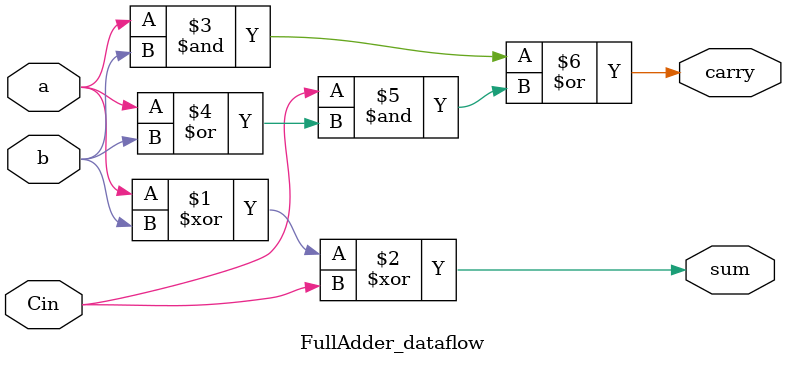
<source format=v>
module FullAdder_dataflow(sum,carry,a,b,Cin);
  output sum,carry;
  input a,b,Cin;
  assign sum = a^b^Cin;
  assign carry  = (a&b)|(Cin&(a|b)); //alternatively (a&b)|(Cin&a)|(Cin&b)
endmodule

</source>
